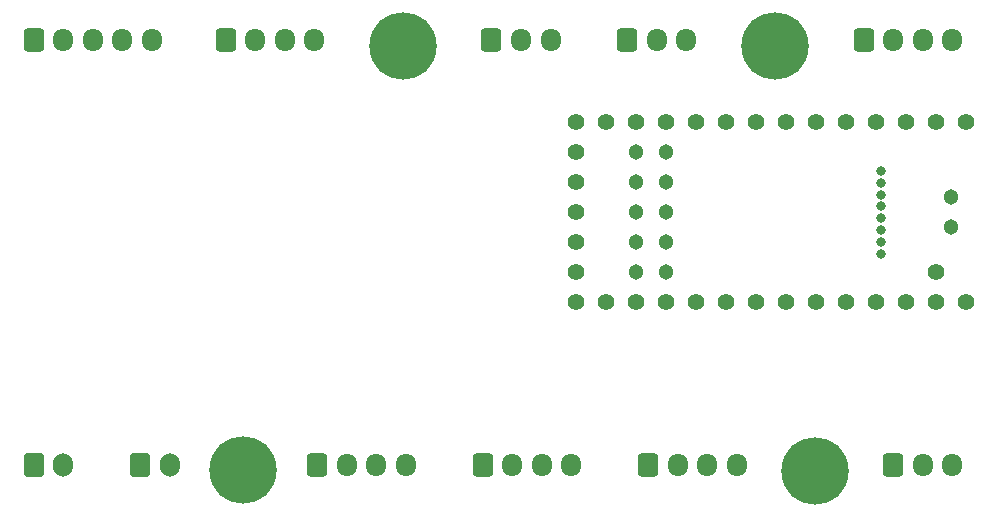
<source format=gbr>
%TF.GenerationSoftware,KiCad,Pcbnew,9.0.5*%
%TF.CreationDate,2025-12-05T21:51:27-08:00*%
%TF.ProjectId,ArmRobotBoardTeensy,41726d52-6f62-46f7-9442-6f6172645465,rev?*%
%TF.SameCoordinates,Original*%
%TF.FileFunction,Soldermask,Bot*%
%TF.FilePolarity,Negative*%
%FSLAX46Y46*%
G04 Gerber Fmt 4.6, Leading zero omitted, Abs format (unit mm)*
G04 Created by KiCad (PCBNEW 9.0.5) date 2025-12-05 21:51:27*
%MOMM*%
%LPD*%
G01*
G04 APERTURE LIST*
G04 Aperture macros list*
%AMRoundRect*
0 Rectangle with rounded corners*
0 $1 Rounding radius*
0 $2 $3 $4 $5 $6 $7 $8 $9 X,Y pos of 4 corners*
0 Add a 4 corners polygon primitive as box body*
4,1,4,$2,$3,$4,$5,$6,$7,$8,$9,$2,$3,0*
0 Add four circle primitives for the rounded corners*
1,1,$1+$1,$2,$3*
1,1,$1+$1,$4,$5*
1,1,$1+$1,$6,$7*
1,1,$1+$1,$8,$9*
0 Add four rect primitives between the rounded corners*
20,1,$1+$1,$2,$3,$4,$5,0*
20,1,$1+$1,$4,$5,$6,$7,0*
20,1,$1+$1,$6,$7,$8,$9,0*
20,1,$1+$1,$8,$9,$2,$3,0*%
G04 Aperture macros list end*
%ADD10O,1.700000X1.950000*%
%ADD11RoundRect,0.250000X-0.600000X-0.725000X0.600000X-0.725000X0.600000X0.725000X-0.600000X0.725000X0*%
%ADD12O,1.700000X2.000000*%
%ADD13RoundRect,0.250000X-0.600000X-0.750000X0.600000X-0.750000X0.600000X0.750000X-0.600000X0.750000X0*%
%ADD14C,1.404000*%
%ADD15C,1.304000*%
%ADD16C,0.804000*%
%ADD17C,5.700000*%
G04 APERTURE END LIST*
D10*
%TO.C,J2*%
X129500000Y-86000000D03*
X127000000Y-86000000D03*
X124500000Y-86000000D03*
D11*
X122000000Y-86000000D03*
%TD*%
D12*
%TO.C,J7*%
X117250000Y-121975000D03*
D13*
X114750000Y-121975000D03*
%TD*%
D14*
%TO.C,U1*%
X184644300Y-92969400D03*
X182104300Y-92969400D03*
X179564300Y-92969400D03*
X177024300Y-92969400D03*
X174484300Y-92969400D03*
X171944300Y-92969400D03*
X169404300Y-92969400D03*
X166864300Y-92969400D03*
X164324300Y-92969400D03*
X161784300Y-92969400D03*
X159244300Y-92969400D03*
X156704300Y-92969400D03*
X154164300Y-92969400D03*
X151624300Y-92969400D03*
X151624300Y-95509400D03*
X151624300Y-98049400D03*
X151624300Y-100589400D03*
X151624300Y-103129400D03*
X151624300Y-105669400D03*
X151624300Y-108209400D03*
X154164300Y-108209400D03*
X156704300Y-108209400D03*
X159244300Y-108209400D03*
X161784300Y-108209400D03*
X164324300Y-108209400D03*
X166864300Y-108209400D03*
X169404300Y-108209400D03*
X171944300Y-108209400D03*
X174484300Y-108209400D03*
X177024300Y-108209400D03*
X179564300Y-108209400D03*
X182104300Y-108209400D03*
X184644300Y-108209400D03*
X182104300Y-105669400D03*
D15*
X156704300Y-105669400D03*
X159244300Y-105669400D03*
X156704300Y-103129400D03*
X159244300Y-103129400D03*
X156704300Y-100589400D03*
X159244300Y-100589400D03*
X156704300Y-98049400D03*
X159244300Y-98049400D03*
X156704300Y-95509400D03*
X159244300Y-95509400D03*
D16*
X177505900Y-104089400D03*
X177505900Y-103089400D03*
X177505900Y-102089400D03*
X177505900Y-101089400D03*
X177505900Y-100089400D03*
X177505900Y-99089400D03*
X177505900Y-98089400D03*
X177505900Y-97089400D03*
D15*
X183374300Y-101859400D03*
X183374300Y-99319400D03*
%TD*%
D11*
%TO.C,J8*%
X129750000Y-121975000D03*
D10*
X132250000Y-121975000D03*
X134750000Y-121975000D03*
X137250000Y-121975000D03*
%TD*%
D13*
%TO.C,J6*%
X105750000Y-121975000D03*
D12*
X108250000Y-121975000D03*
%TD*%
D11*
%TO.C,J5*%
X176000000Y-86000000D03*
D10*
X178500000Y-86000000D03*
X181000000Y-86000000D03*
X183500000Y-86000000D03*
%TD*%
D11*
%TO.C,J11*%
X178500000Y-121975000D03*
D10*
X181000000Y-121975000D03*
X183500000Y-121975000D03*
%TD*%
D11*
%TO.C,J9*%
X143750000Y-121975000D03*
D10*
X146250000Y-121975000D03*
X148750000Y-121975000D03*
X151250000Y-121975000D03*
%TD*%
D11*
%TO.C,J10*%
X157750000Y-121975000D03*
D10*
X160250000Y-121975000D03*
X162750000Y-121975000D03*
X165250000Y-121975000D03*
%TD*%
D11*
%TO.C,J3*%
X144500000Y-86000000D03*
D10*
X147000000Y-86000000D03*
X149500000Y-86000000D03*
%TD*%
D17*
%TO.C,MH4*%
X171908500Y-122500000D03*
%TD*%
%TO.C,MH3*%
X123500000Y-122420000D03*
%TD*%
D11*
%TO.C,J1*%
X105752200Y-85977500D03*
D10*
X108252200Y-85977500D03*
X110752200Y-85977500D03*
X113252200Y-85977500D03*
X115752200Y-85977500D03*
%TD*%
D11*
%TO.C,J4*%
X156000000Y-86000000D03*
D10*
X158500000Y-86000000D03*
X161000000Y-86000000D03*
%TD*%
D17*
%TO.C,MH1*%
X137000000Y-86500000D03*
%TD*%
%TO.C,MH2*%
X168500000Y-86500000D03*
%TD*%
M02*

</source>
